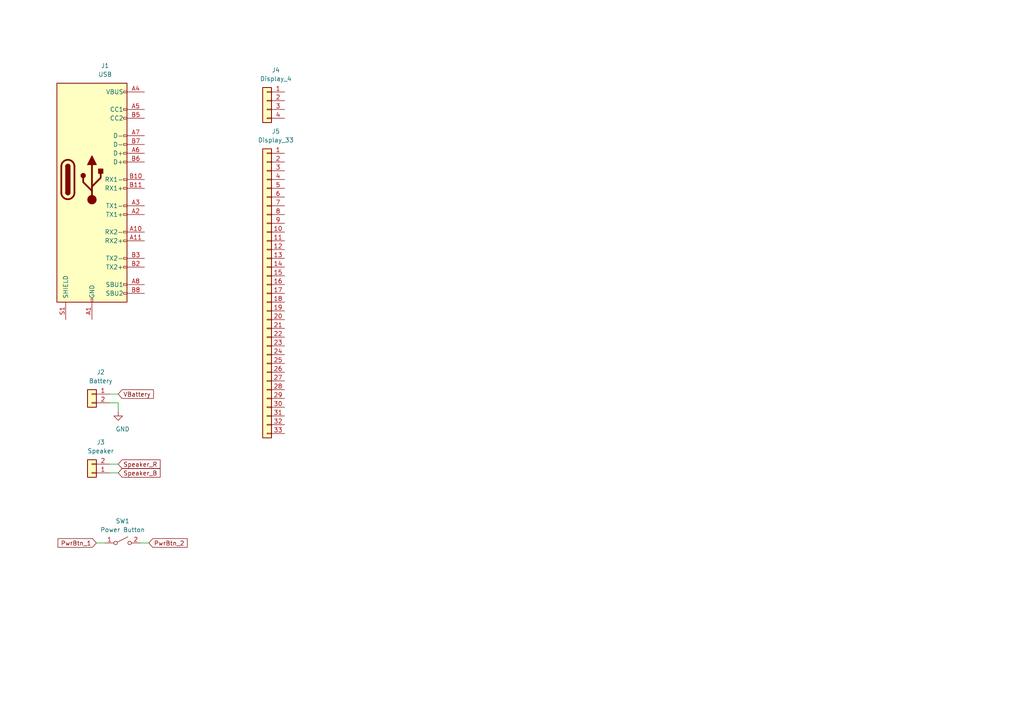
<source format=kicad_sch>
(kicad_sch (version 20200828) (generator eeschema)
  (page 1 1)
  (paper "A4")
  (lib_symbols
    (symbol "Connector:USB_C_Receptacle" (pin_names (offset 1.016))
      (property "Reference" "J" (at -10.16 29.21 0))
      (property "Value" "USB_C_Receptacle" (at 10.16 29.21 0))
      (symbol "USB_C_Receptacle_0_1"
        (arc (start -8.89 -3.81) (end -5.08 -3.81) (radius (at -6.985 -3.81) (length 1.905) (angles -179.9 -0.1)) (stroke (width 0.508)))
        (arc (start -7.62 -3.81) (end -6.35 -3.81) (radius (at -6.985 -3.81) (length 0.635) (angles -179.9 -0.1)) (stroke (width 0.254)))
        (arc (start -7.62 -3.81) (end -6.35 -3.81) (radius (at -6.985 -3.81) (length 0.635) (angles -179.9 -0.1)) (stroke (width 0.254)) (fill (type outline)))
        (arc (start -6.35 3.81) (end -7.62 3.81) (radius (at -6.985 3.81) (length 0.635) (angles 0.1 179.9)) (stroke (width 0.254)) (fill (type outline)))
        (arc (start -6.35 3.81) (end -7.62 3.81) (radius (at -6.985 3.81) (length 0.635) (angles 0.1 179.9)) (stroke (width 0.254)))
        (arc (start -5.08 3.81) (end -8.89 3.81) (radius (at -6.985 3.81) (length 1.905) (angles 0.1 179.9)) (stroke (width 0.508)))
        (rectangle (start -10.16 27.94) (end 10.16 -35.56) (stroke (width 0.254)) (fill (type background)))
        (rectangle (start -7.62 -3.81) (end -6.35 3.81) (stroke (width 0.254)) (fill (type outline)))
        (polyline (pts (xy -8.89 -3.81) (xy -8.89 3.81)) (stroke (width 0.508)))
        (polyline (pts (xy -5.08 3.81) (xy -5.08 -3.81)) (stroke (width 0.508)))
      )
      (symbol "USB_C_Receptacle_1_1"
        (circle (center -2.54 1.143) (radius 0.635) (stroke (width 0.254)) (fill (type outline)))
        (circle (center 0 -5.842) (radius 1.27) (fill (type outline)))
        (rectangle (start 1.905 1.778) (end 3.175 3.048) (stroke (width 0.254)) (fill (type outline)))
        (polyline (pts (xy 0 -5.842) (xy 0 4.318)) (stroke (width 0.508)))
        (polyline (pts (xy 0 -3.302) (xy -2.54 -0.762) (xy -2.54 0.508)) (stroke (width 0.508)))
        (polyline (pts (xy 0 -2.032) (xy 2.54 0.508) (xy 2.54 1.778)) (stroke (width 0.508)))
        (polyline (pts (xy -1.27 4.318) (xy 0 6.858) (xy 1.27 4.318) (xy -1.27 4.318)) (stroke (width 0.254)) (fill (type outline)))
        (pin passive line (at 0 -40.64 90) (length 5.08) (name "GND") (number "A1"))
        (pin bidirectional line (at 15.24 -15.24 180) (length 5.08) (name "RX2-") (number "A10"))
        (pin bidirectional line (at 15.24 -17.78 180) (length 5.08) (name "RX2+") (number "A11"))
        (pin passive line (at 0 -40.64 90) (length 5.08) hide (name "GND") (number "A12"))
        (pin bidirectional line (at 15.24 -10.16 180) (length 5.08) (name "TX1+") (number "A2"))
        (pin bidirectional line (at 15.24 -7.62 180) (length 5.08) (name "TX1-") (number "A3"))
        (pin passive line (at 15.24 25.4 180) (length 5.08) (name "VBUS") (number "A4"))
        (pin bidirectional line (at 15.24 20.32 180) (length 5.08) (name "CC1") (number "A5"))
        (pin bidirectional line (at 15.24 7.62 180) (length 5.08) (name "D+") (number "A6"))
        (pin bidirectional line (at 15.24 12.7 180) (length 5.08) (name "D-") (number "A7"))
        (pin bidirectional line (at 15.24 -30.48 180) (length 5.08) (name "SBU1") (number "A8"))
        (pin passive line (at 15.24 25.4 180) (length 5.08) hide (name "VBUS") (number "A9"))
        (pin passive line (at 0 -40.64 90) (length 5.08) hide (name "GND") (number "B1"))
        (pin bidirectional line (at 15.24 0 180) (length 5.08) (name "RX1-") (number "B10"))
        (pin bidirectional line (at 15.24 -2.54 180) (length 5.08) (name "RX1+") (number "B11"))
        (pin passive line (at 0 -40.64 90) (length 5.08) hide (name "GND") (number "B12"))
        (pin bidirectional line (at 15.24 -25.4 180) (length 5.08) (name "TX2+") (number "B2"))
        (pin bidirectional line (at 15.24 -22.86 180) (length 5.08) (name "TX2-") (number "B3"))
        (pin passive line (at 15.24 25.4 180) (length 5.08) hide (name "VBUS") (number "B4"))
        (pin bidirectional line (at 15.24 17.78 180) (length 5.08) (name "CC2") (number "B5"))
        (pin bidirectional line (at 15.24 5.08 180) (length 5.08) (name "D+") (number "B6"))
        (pin bidirectional line (at 15.24 10.16 180) (length 5.08) (name "D-") (number "B7"))
        (pin bidirectional line (at 15.24 -33.02 180) (length 5.08) (name "SBU2") (number "B8"))
        (pin passive line (at 15.24 25.4 180) (length 5.08) hide (name "VBUS") (number "B9"))
        (pin passive line (at -7.62 -40.64 90) (length 5.08) (name "SHIELD") (number "S1"))
      )
      (symbol "USB_C_Receptacle_0_0"
        (rectangle (start -0.254 -35.56) (end 0.254 -34.544))
        (rectangle (start 10.16 -32.766) (end 9.144 -33.274))
        (rectangle (start 10.16 -30.226) (end 9.144 -30.734))
        (rectangle (start 10.16 -25.146) (end 9.144 -25.654))
        (rectangle (start 10.16 -22.606) (end 9.144 -23.114))
        (rectangle (start 10.16 -17.526) (end 9.144 -18.034))
        (rectangle (start 10.16 -14.986) (end 9.144 -15.494))
        (rectangle (start 10.16 -9.906) (end 9.144 -10.414))
        (rectangle (start 10.16 -7.366) (end 9.144 -7.874))
        (rectangle (start 10.16 -2.286) (end 9.144 -2.794))
        (rectangle (start 10.16 0.254) (end 9.144 -0.254))
        (rectangle (start 10.16 5.334) (end 9.144 4.826))
        (rectangle (start 10.16 7.874) (end 9.144 7.366))
        (rectangle (start 10.16 10.414) (end 9.144 9.906))
        (rectangle (start 10.16 12.954) (end 9.144 12.446))
        (rectangle (start 10.16 18.034) (end 9.144 17.526))
        (rectangle (start 10.16 20.574) (end 9.144 20.066))
        (rectangle (start 10.16 25.654) (end 9.144 25.146))
      )
    )
    (symbol "Connector_Generic:Conn_01x02" (pin_names (offset 1.016) hide)
      (property "Reference" "J" (at 0 2.54 0))
      (property "Value" "Conn_01x02" (at 0 -5.08 0))
      (symbol "Conn_01x02_1_1"
        (rectangle (start -1.27 -2.413) (end 0 -2.667) (stroke (width 0.1524)))
        (rectangle (start -1.27 0.127) (end 0 -0.127) (stroke (width 0.1524)))
        (rectangle (start -1.27 1.27) (end 1.27 -3.81) (stroke (width 0.254)) (fill (type background)))
        (pin passive line (at -5.08 0 0) (length 3.81) (name "Pin_1") (number "1"))
        (pin passive line (at -5.08 -2.54 0) (length 3.81) (name "Pin_2") (number "2"))
      )
    )
    (symbol "Connector_Generic:Conn_01x04" (pin_names (offset 1.016) hide)
      (property "Reference" "J" (at 0 5.08 0))
      (property "Value" "Conn_01x04" (at 0 -7.62 0))
      (symbol "Conn_01x04_1_1"
        (rectangle (start -1.27 -4.953) (end 0 -5.207) (stroke (width 0.1524)))
        (rectangle (start -1.27 -2.413) (end 0 -2.667) (stroke (width 0.1524)))
        (rectangle (start -1.27 2.667) (end 0 2.413) (stroke (width 0.1524)))
        (rectangle (start -1.27 3.81) (end 1.27 -6.35) (stroke (width 0.254)) (fill (type background)))
        (rectangle (start -1.27 0.127) (end 0 -0.127) (stroke (width 0.1524)))
        (pin passive line (at -5.08 2.54 0) (length 3.81) (name "Pin_1") (number "1"))
        (pin passive line (at -5.08 0 0) (length 3.81) (name "Pin_2") (number "2"))
        (pin passive line (at -5.08 -2.54 0) (length 3.81) (name "Pin_3") (number "3"))
        (pin passive line (at -5.08 -5.08 0) (length 3.81) (name "Pin_4") (number "4"))
      )
    )
    (symbol "Connector_Generic:Conn_01x33" (pin_names (offset 1.016) hide)
      (property "Reference" "J" (at 0 43.18 0))
      (property "Value" "Conn_01x33" (at 0 -43.18 0))
      (symbol "Conn_01x33_1_1"
        (rectangle (start -1.27 -27.813) (end 0 -28.067) (stroke (width 0.1524)))
        (rectangle (start -1.27 -30.353) (end 0 -30.607) (stroke (width 0.1524)))
        (rectangle (start -1.27 -32.893) (end 0 -33.147) (stroke (width 0.1524)))
        (rectangle (start -1.27 -35.433) (end 0 -35.687) (stroke (width 0.1524)))
        (rectangle (start -1.27 -37.973) (end 0 -38.227) (stroke (width 0.1524)))
        (rectangle (start -1.27 -40.513) (end 0 -40.767) (stroke (width 0.1524)))
        (rectangle (start -1.27 -4.953) (end 0 -5.207) (stroke (width 0.1524)))
        (rectangle (start -1.27 -7.493) (end 0 -7.747) (stroke (width 0.1524)))
        (rectangle (start -1.27 -10.033) (end 0 -10.287) (stroke (width 0.1524)))
        (rectangle (start -1.27 -12.573) (end 0 -12.827) (stroke (width 0.1524)))
        (rectangle (start -1.27 -15.113) (end 0 -15.367) (stroke (width 0.1524)))
        (rectangle (start -1.27 -17.653) (end 0 -17.907) (stroke (width 0.1524)))
        (rectangle (start -1.27 -20.193) (end 0 -20.447) (stroke (width 0.1524)))
        (rectangle (start -1.27 -22.733) (end 0 -22.987) (stroke (width 0.1524)))
        (rectangle (start -1.27 -2.413) (end 0 -2.667) (stroke (width 0.1524)))
        (rectangle (start -1.27 -25.273) (end 0 -25.527) (stroke (width 0.1524)))
        (rectangle (start -1.27 25.527) (end 0 25.273) (stroke (width 0.1524)))
        (rectangle (start -1.27 2.667) (end 0 2.413) (stroke (width 0.1524)))
        (rectangle (start -1.27 28.067) (end 0 27.813) (stroke (width 0.1524)))
        (rectangle (start -1.27 30.607) (end 0 30.353) (stroke (width 0.1524)))
        (rectangle (start -1.27 33.147) (end 0 32.893) (stroke (width 0.1524)))
        (rectangle (start -1.27 35.687) (end 0 35.433) (stroke (width 0.1524)))
        (rectangle (start -1.27 38.227) (end 0 37.973) (stroke (width 0.1524)))
        (rectangle (start -1.27 40.767) (end 0 40.513) (stroke (width 0.1524)))
        (rectangle (start -1.27 41.91) (end 1.27 -41.91) (stroke (width 0.254)) (fill (type background)))
        (rectangle (start -1.27 5.207) (end 0 4.953) (stroke (width 0.1524)))
        (rectangle (start -1.27 7.747) (end 0 7.493) (stroke (width 0.1524)))
        (rectangle (start -1.27 10.287) (end 0 10.033) (stroke (width 0.1524)))
        (rectangle (start -1.27 0.127) (end 0 -0.127) (stroke (width 0.1524)))
        (rectangle (start -1.27 12.827) (end 0 12.573) (stroke (width 0.1524)))
        (rectangle (start -1.27 15.367) (end 0 15.113) (stroke (width 0.1524)))
        (rectangle (start -1.27 17.907) (end 0 17.653) (stroke (width 0.1524)))
        (rectangle (start -1.27 20.447) (end 0 20.193) (stroke (width 0.1524)))
        (rectangle (start -1.27 22.987) (end 0 22.733) (stroke (width 0.1524)))
        (pin passive line (at -5.08 40.64 0) (length 3.81) (name "Pin_1") (number "1"))
        (pin passive line (at -5.08 17.78 0) (length 3.81) (name "Pin_10") (number "10"))
        (pin passive line (at -5.08 15.24 0) (length 3.81) (name "Pin_11") (number "11"))
        (pin passive line (at -5.08 12.7 0) (length 3.81) (name "Pin_12") (number "12"))
        (pin passive line (at -5.08 10.16 0) (length 3.81) (name "Pin_13") (number "13"))
        (pin passive line (at -5.08 7.62 0) (length 3.81) (name "Pin_14") (number "14"))
        (pin passive line (at -5.08 5.08 0) (length 3.81) (name "Pin_15") (number "15"))
        (pin passive line (at -5.08 2.54 0) (length 3.81) (name "Pin_16") (number "16"))
        (pin passive line (at -5.08 0 0) (length 3.81) (name "Pin_17") (number "17"))
        (pin passive line (at -5.08 -2.54 0) (length 3.81) (name "Pin_18") (number "18"))
        (pin passive line (at -5.08 -5.08 0) (length 3.81) (name "Pin_19") (number "19"))
        (pin passive line (at -5.08 38.1 0) (length 3.81) (name "Pin_2") (number "2"))
        (pin passive line (at -5.08 -7.62 0) (length 3.81) (name "Pin_20") (number "20"))
        (pin passive line (at -5.08 -10.16 0) (length 3.81) (name "Pin_21") (number "21"))
        (pin passive line (at -5.08 -12.7 0) (length 3.81) (name "Pin_22") (number "22"))
        (pin passive line (at -5.08 -15.24 0) (length 3.81) (name "Pin_23") (number "23"))
        (pin passive line (at -5.08 -17.78 0) (length 3.81) (name "Pin_24") (number "24"))
        (pin passive line (at -5.08 -20.32 0) (length 3.81) (name "Pin_25") (number "25"))
        (pin passive line (at -5.08 -22.86 0) (length 3.81) (name "Pin_26") (number "26"))
        (pin passive line (at -5.08 -25.4 0) (length 3.81) (name "Pin_27") (number "27"))
        (pin passive line (at -5.08 -27.94 0) (length 3.81) (name "Pin_28") (number "28"))
        (pin passive line (at -5.08 -30.48 0) (length 3.81) (name "Pin_29") (number "29"))
        (pin passive line (at -5.08 35.56 0) (length 3.81) (name "Pin_3") (number "3"))
        (pin passive line (at -5.08 -33.02 0) (length 3.81) (name "Pin_30") (number "30"))
        (pin passive line (at -5.08 -35.56 0) (length 3.81) (name "Pin_31") (number "31"))
        (pin passive line (at -5.08 -38.1 0) (length 3.81) (name "Pin_32") (number "32"))
        (pin passive line (at -5.08 -40.64 0) (length 3.81) (name "Pin_33") (number "33"))
        (pin passive line (at -5.08 33.02 0) (length 3.81) (name "Pin_4") (number "4"))
        (pin passive line (at -5.08 30.48 0) (length 3.81) (name "Pin_5") (number "5"))
        (pin passive line (at -5.08 27.94 0) (length 3.81) (name "Pin_6") (number "6"))
        (pin passive line (at -5.08 25.4 0) (length 3.81) (name "Pin_7") (number "7"))
        (pin passive line (at -5.08 22.86 0) (length 3.81) (name "Pin_8") (number "8"))
        (pin passive line (at -5.08 20.32 0) (length 3.81) (name "Pin_9") (number "9"))
      )
    )
    (symbol "Switch:SW_SPST" (pin_names (offset 0) hide)
      (property "Reference" "SW" (at 0 3.175 0))
      (property "Value" "SW_SPST" (at 0 -2.54 0))
      (symbol "SW_SPST_0_0"
        (circle (center -2.032 0) (radius 0.508))
        (circle (center 2.032 0) (radius 0.508))
        (polyline (pts (xy -1.524 0.254) (xy 1.524 1.778)))
      )
      (symbol "SW_SPST_1_1"
        (pin passive line (at -5.08 0 0) (length 2.54) (name "A") (number "1"))
        (pin passive line (at 5.08 0 180) (length 2.54) (name "B") (number "2"))
      )
    )
    (symbol "power:GND" (power) (pin_names (offset 0))
      (property "Value" "GND" (at 0 -3.81 0))
      (symbol "GND_0_1"
        (polyline (pts (xy 0 0) (xy 0 -1.27) (xy 1.27 -1.27) (xy 0 -2.54) (xy -1.27 -1.27) (xy 0 -1.27)))
      )
      (symbol "GND_1_1"
        (pin power_in line (at 0 0 270) (length 0) hide (name "GND") (number "1"))
      )
    )
  )
  (wire (pts (xy 27.94 157.48) (xy 30.48 157.48)))
  (wire (pts (xy 31.75 114.3) (xy 34.29 114.3)))
  (wire (pts (xy 31.75 116.84) (xy 34.29 116.84)))
  (wire (pts (xy 31.75 134.62) (xy 34.29 134.62)))
  (wire (pts (xy 31.75 137.16) (xy 34.29 137.16)))
  (wire (pts (xy 34.29 116.84) (xy 34.29 119.38)))
  (wire (pts (xy 40.64 157.48) (xy 43.18 157.48)))
  (global_label "PwrBtn_1" (shape input) (at 27.94 157.48 180))
  (global_label "VBattery" (shape input) (at 34.29 114.3 0))
  (global_label "Speaker_R" (shape input) (at 34.29 134.62 0))
  (global_label "Speaker_B" (shape input) (at 34.29 137.16 0))
  (global_label "PwrBtn_2" (shape input) (at 43.18 157.48 0))
  (symbol (lib_id "power:GND") (at 34.29 119.38 0) (unit 1)
    (property "Reference" "#PWR01" (effects hide))
    (property "Value" "GND" (at 35.56 124.46 0))
  )
  (symbol (lib_id "Switch:SW_SPST") (at 35.56 157.48 0) (unit 1)
    (property "Reference" "SW1" (at 35.56 151.13 0))
    (property "Value" "Power Button" (at 35.56 153.67 0))
    (property "Footprint" "game-watch:SKSLLAE010" (effects hide))
  )
  (symbol (lib_id "Connector_Generic:Conn_01x02") (at 26.67 114.3 0) (mirror y) (unit 1)
    (property "Reference" "J2" (at 29.21 107.95 0))
    (property "Value" "Battery" (at 29.21 110.49 0))
    (property "Footprint" "game-watch:Molex-78171-0002-0" (effects hide))
  )
  (symbol (lib_id "Connector_Generic:Conn_01x02") (at 26.67 137.16 180) (unit 1)
    (property "Reference" "J3" (at 29.21 128.27 0))
    (property "Value" "Speaker" (at 29.21 130.81 0))
    (property "Footprint" "game-watch:GaW-Speaker" (effects hide))
  )
  (symbol (lib_id "Connector_Generic:Conn_01x04") (at 77.47 29.21 0) (mirror y) (unit 1)
    (property "Reference" "J4" (at 80.01 20.32 0))
    (property "Value" "Display_4" (at 80.01 22.86 0))
    (property "Footprint" "game-watch:2328702-4" (effects hide))
  )
  (symbol (lib_id "Connector_Generic:Conn_01x33") (at 77.47 85.09 0) (mirror y) (unit 1)
    (property "Reference" "J5" (at 80.01 38.1 0))
    (property "Value" "Display_33" (at 80.01 40.64 0))
    (property "Footprint" "game-watch:Molex-502078-3310-Manufacturer_Recommended" (effects hide))
  )
  (symbol (lib_id "Connector:USB_C_Receptacle") (at 26.67 52.07 0) (unit 1)
    (property "Reference" "J1" (at 30.48 19.05 0))
    (property "Value" "USB" (at 30.48 21.59 0))
    (property "Footprint" "game-watch:DX07BN24JA2R1300" (effects hide))
    (property "Datasheet" "https://www.usb.org/sites/default/files/documents/usb_type-c.zip" (effects hide))
  )
)
</source>
